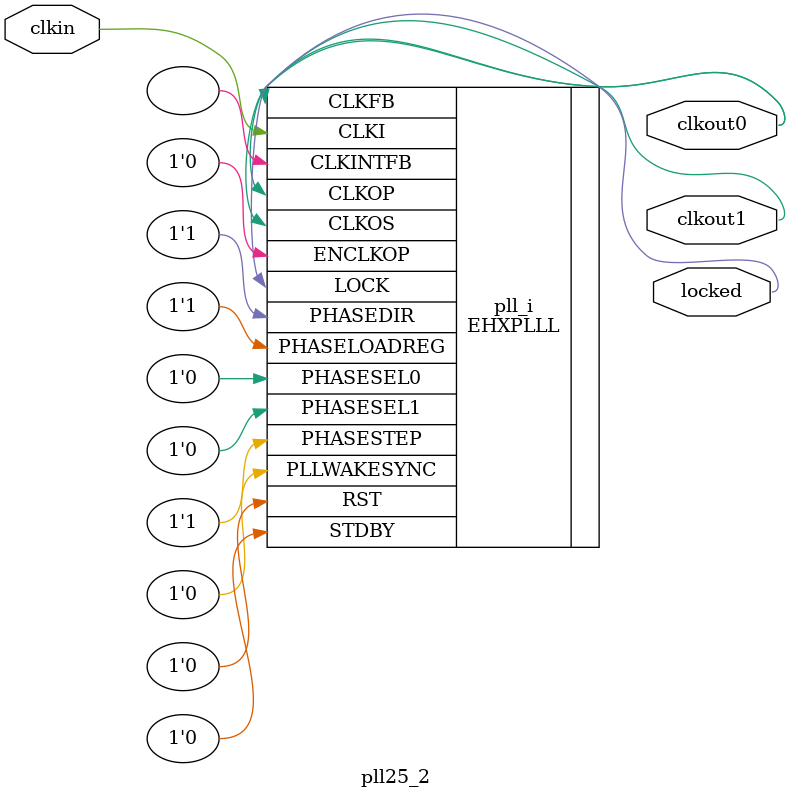
<source format=v>
module pll25_2
(
    input clkin, // 25 MHz, 0 deg
    output clkout0, // 96 MHz, 0 deg
    output clkout1, // 48 MHz, 0 deg
    output locked
);
(* FREQUENCY_PIN_CLKI="25" *)
(* FREQUENCY_PIN_CLKOP="96" *)
(* FREQUENCY_PIN_CLKOS="48" *)
(* ICP_CURRENT="12" *) (* LPF_RESISTOR="8" *) (* MFG_ENABLE_FILTEROPAMP="1" *) (* MFG_GMCREF_SEL="2" *)
EHXPLLL #(
        .PLLRST_ENA("DISABLED"),
        .INTFB_WAKE("DISABLED"),
        .STDBY_ENABLE("DISABLED"),
        .DPHASE_SOURCE("DISABLED"),
        .OUTDIVIDER_MUXA("DIVA"),
        .OUTDIVIDER_MUXB("DIVB"),
        .OUTDIVIDER_MUXC("DIVC"),
        .OUTDIVIDER_MUXD("DIVD"),
        .CLKI_DIV(25),
        .CLKOP_ENABLE("ENABLED"),
        .CLKOP_DIV(6),
        .CLKOP_CPHASE(0),
        .CLKOP_FPHASE(0),
        .CLKOS_ENABLE("ENABLED"),
        .CLKOS_DIV(12),
        .CLKOS_CPHASE(0),
        .CLKOS_FPHASE(0),
        .FEEDBK_PATH("CLKOP"),
        .CLKFB_DIV(96)
    ) pll_i (
        .RST(1'b0),
        .STDBY(1'b0),
        .CLKI(clkin),
        .CLKOP(clkout0),
        .CLKOS(clkout1),
        .CLKFB(clkout0),
        .CLKINTFB(),
        .PHASESEL0(1'b0),
        .PHASESEL1(1'b0),
        .PHASEDIR(1'b1),
        .PHASESTEP(1'b1),
        .PHASELOADREG(1'b1),
        .PLLWAKESYNC(1'b0),
        .ENCLKOP(1'b0),
        .LOCK(locked)
	);
endmodule

</source>
